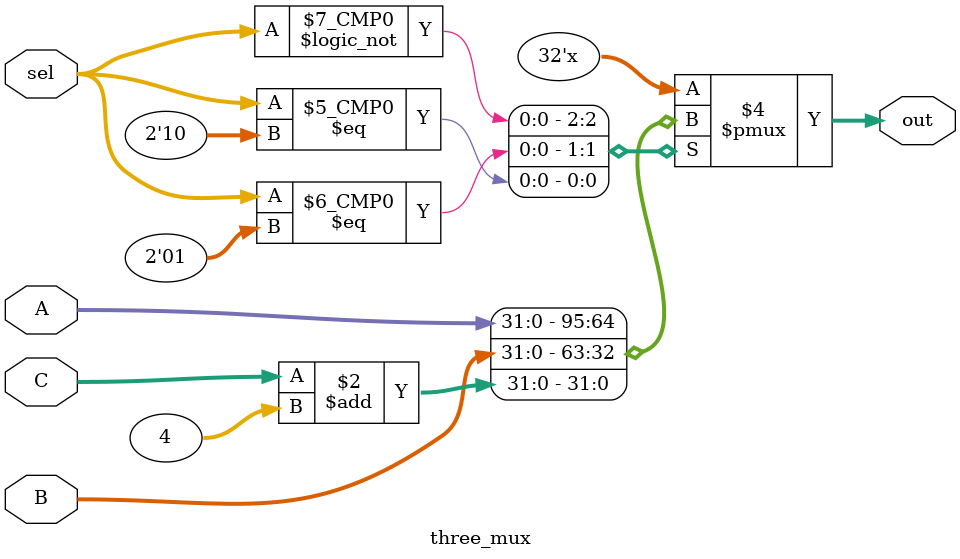
<source format=v>
`timescale 1ns / 1ps
`include "ctrl.v"
`include "npc.v"
`include "gpr.v"
`include "extend.v"
`include "CMP.v"

`define op 31:26
`define rs 25:21
`define rt 20:16
`define rd 15:11
`define func 5:0



module D(
    input [31:0] InstrD,
    input [31:0] PC4_D,
	 input [31:0] Data_to_reg,
	 input RegWrite,
	 input [4:0] A3,
	 input [31:0] PC_M,
    input [1:0] ForwardRSD,
    input [1:0] ForwardRTD,
	 input [31:0] ALUOutM,
	 input clk,
    input reset,
    output [31:0] Instr_out_D,
    output [31:0] RF_RD1_E,
    output [31:0] RF_RD2_E,
    output [31:0] Ext_Out_E,
	 output [31:0] NPC_out_PC,
	 output PC_MUX_sel,
	 output [31:0] PC4_to_DE
    );
	
	wire bgezal  = (InstrD[`op] == 6'b000001)&&(InstrD[`rt] == 5'b10001);

	wire [1:0] Compare_sel;//CMPÑ¡ÔñÐÅºÅ
	wire Compare_out;
	wire [1:0]NPC_sel;
	wire extend_sel;
	
	wire [31:0] RF_RD1;
	wire [31:0] RF_RD2;
	wire [31:0] CMP_in_RD1;
	wire [31:0] CMP_in_RD2;
	
	wire [31:0] extend_out;
	
	ctrl CtrlD(.Instr(InstrD),.NPC_sel(NPC_sel),.PC_MUX_sel(PC_MUX_sel),.compare_sel(Compare_sel),.ExtOp(extend_sel));
	
	gpr GPR(clk,reset,InstrD[25:21],InstrD[20:16],A3,Data_to_reg,RegWrite,RF_RD1,RF_RD2);
	
	three_mux RD1_MUX_D(RF_RD1,ALUOutM,PC_M,ForwardRSD,CMP_in_RD1);
	three_mux RD2_MUX_D(RF_RD2,ALUOutM,PC_M,ForwardRTD,CMP_in_RD2);
	
	CMP CMPD(CMP_in_RD1,CMP_in_RD2,Compare_sel,Compare_out);
	
	extend EXTEND(InstrD[15:0],extend_sel,extend_out);
	
	npc NPC(PC4_D,InstrD,Compare_out,CMP_in_RD1,NPC_sel,NPC_out_PC);//Ìø×ªµÄ¼Ä´æÆ÷Ò²Ó¦¸Ã¾­¹ý×ª·¢Ñ¡Ôñ´¦Àí
	
	assign Instr_out_D = (bgezal && (~Compare_out))?0:InstrD;
	assign RF_RD1_E = RF_RD1;
	assign RF_RD2_E = RF_RD2;
	assign Ext_Out_E = extend_out;
	assign PC4_to_DE = PC4_D;

endmodule

module three_mux(
	input [31:0] A,
	input [31:0] B,
	input [31:0] C,
	input [1:0] sel,
	output reg [31:0] out
	);
	
	always @(*) begin
		case(sel)
			2'b00: out = A;
			2'b01: out = B;
			2'b10: out = C + 4;
		endcase
	end
	
endmodule
</source>
